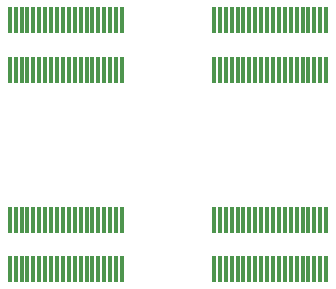
<source format=gbr>
G04 #@! TF.GenerationSoftware,KiCad,Pcbnew,(5.1.5)-3*
G04 #@! TF.CreationDate,2020-02-28T17:34:21-07:00*
G04 #@! TF.ProjectId,Gateway04,47617465-7761-4793-9034-2e6b69636164,rev?*
G04 #@! TF.SameCoordinates,Original*
G04 #@! TF.FileFunction,Paste,Bot*
G04 #@! TF.FilePolarity,Positive*
%FSLAX46Y46*%
G04 Gerber Fmt 4.6, Leading zero omitted, Abs format (unit mm)*
G04 Created by KiCad (PCBNEW (5.1.5)-3) date 2020-02-28 17:34:21*
%MOMM*%
%LPD*%
G04 APERTURE LIST*
%ADD10R,0.300000X2.200000*%
G04 APERTURE END LIST*
D10*
X84960000Y-81707000D03*
X84960000Y-85907000D03*
X84460000Y-81707000D03*
X84460000Y-85907000D03*
X83960000Y-81707000D03*
X83960000Y-85907000D03*
X83460000Y-81707000D03*
X83460000Y-85907000D03*
X82960000Y-81707000D03*
X82960000Y-85907000D03*
X82460000Y-81707000D03*
X82460000Y-85907000D03*
X81960000Y-81707000D03*
X81960000Y-85907000D03*
X81460000Y-81707000D03*
X81460000Y-85907000D03*
X80960000Y-81707000D03*
X80960000Y-85907000D03*
X80460000Y-81707000D03*
X80460000Y-85907000D03*
X89460000Y-85907000D03*
X87960000Y-85907000D03*
X85960000Y-85907000D03*
X89960000Y-85907000D03*
X86960000Y-85907000D03*
X87460000Y-85907000D03*
X85460000Y-85907000D03*
X88960000Y-85907000D03*
X86460000Y-85907000D03*
X88460000Y-85907000D03*
X89460000Y-81707000D03*
X87960000Y-81707000D03*
X85960000Y-81707000D03*
X89960000Y-81707000D03*
X86960000Y-81707000D03*
X87460000Y-81707000D03*
X85460000Y-81707000D03*
X88960000Y-81707000D03*
X86460000Y-81707000D03*
X88460000Y-81707000D03*
X84960000Y-98593000D03*
X84960000Y-102793000D03*
X84460000Y-98593000D03*
X84460000Y-102793000D03*
X83960000Y-98593000D03*
X83960000Y-102793000D03*
X83460000Y-98593000D03*
X83460000Y-102793000D03*
X82960000Y-98593000D03*
X82960000Y-102793000D03*
X82460000Y-98593000D03*
X82460000Y-102793000D03*
X81960000Y-98593000D03*
X81960000Y-102793000D03*
X81460000Y-98593000D03*
X81460000Y-102793000D03*
X80960000Y-98593000D03*
X80960000Y-102793000D03*
X80460000Y-98593000D03*
X80460000Y-102793000D03*
X89460000Y-102793000D03*
X87960000Y-102793000D03*
X85960000Y-102793000D03*
X89960000Y-102793000D03*
X86960000Y-102793000D03*
X87460000Y-102793000D03*
X85460000Y-102793000D03*
X88960000Y-102793000D03*
X86460000Y-102793000D03*
X88460000Y-102793000D03*
X89460000Y-98593000D03*
X87960000Y-98593000D03*
X85960000Y-98593000D03*
X89960000Y-98593000D03*
X86960000Y-98593000D03*
X87460000Y-98593000D03*
X85460000Y-98593000D03*
X88960000Y-98593000D03*
X86460000Y-98593000D03*
X88460000Y-98593000D03*
X102244000Y-98593000D03*
X102244000Y-102793000D03*
X101744000Y-98593000D03*
X101744000Y-102793000D03*
X101244000Y-98593000D03*
X101244000Y-102793000D03*
X100744000Y-98593000D03*
X100744000Y-102793000D03*
X100244000Y-98593000D03*
X100244000Y-102793000D03*
X99744000Y-98593000D03*
X99744000Y-102793000D03*
X99244000Y-98593000D03*
X99244000Y-102793000D03*
X98744000Y-98593000D03*
X98744000Y-102793000D03*
X98244000Y-98593000D03*
X98244000Y-102793000D03*
X97744000Y-98593000D03*
X97744000Y-102793000D03*
X106744000Y-102793000D03*
X105244000Y-102793000D03*
X103244000Y-102793000D03*
X107244000Y-102793000D03*
X104244000Y-102793000D03*
X104744000Y-102793000D03*
X102744000Y-102793000D03*
X106244000Y-102793000D03*
X103744000Y-102793000D03*
X105744000Y-102793000D03*
X106744000Y-98593000D03*
X105244000Y-98593000D03*
X103244000Y-98593000D03*
X107244000Y-98593000D03*
X104244000Y-98593000D03*
X104744000Y-98593000D03*
X102744000Y-98593000D03*
X106244000Y-98593000D03*
X103744000Y-98593000D03*
X105744000Y-98593000D03*
X102244000Y-81707000D03*
X102244000Y-85907000D03*
X101744000Y-81707000D03*
X101744000Y-85907000D03*
X101244000Y-81707000D03*
X101244000Y-85907000D03*
X100744000Y-81707000D03*
X100744000Y-85907000D03*
X100244000Y-81707000D03*
X100244000Y-85907000D03*
X99744000Y-81707000D03*
X99744000Y-85907000D03*
X99244000Y-81707000D03*
X99244000Y-85907000D03*
X98744000Y-81707000D03*
X98744000Y-85907000D03*
X98244000Y-81707000D03*
X98244000Y-85907000D03*
X97744000Y-81707000D03*
X97744000Y-85907000D03*
X106744000Y-85907000D03*
X105244000Y-85907000D03*
X103244000Y-85907000D03*
X107244000Y-85907000D03*
X104244000Y-85907000D03*
X104744000Y-85907000D03*
X102744000Y-85907000D03*
X106244000Y-85907000D03*
X103744000Y-85907000D03*
X105744000Y-85907000D03*
X106744000Y-81707000D03*
X105244000Y-81707000D03*
X103244000Y-81707000D03*
X107244000Y-81707000D03*
X104244000Y-81707000D03*
X104744000Y-81707000D03*
X102744000Y-81707000D03*
X106244000Y-81707000D03*
X103744000Y-81707000D03*
X105744000Y-81707000D03*
M02*

</source>
